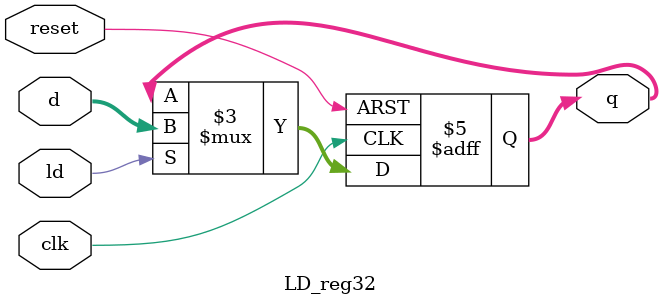
<source format=v>
`timescale 1ns / 1ps
/****************************** C E C S  4 4 0 ******************************
 * 
 * File Name:  LD_reg32.v
 * Project:    Lab_Assignment_5
 * Designer:   Thomas Nguyen
 * Email:      tholinngu@gmail.com
 * Rev. No.:   Version 1.1
 * Rev. Date:  03/09/2019
 *
 * Purpose: A 32 bit load register that changes output when load or "ld" is
 * asserted, otherwise the output remains the same. 
 *
 * Notes: 
 ****************************************************************************/
module LD_reg32(clk, reset, ld, d, q);

   input             clk, reset, ld;
   input      [31:0] d;
   output reg [31:0] q;

   //Sequential Block. If load is set, output gets input else stays the same
   always@(posedge clk, posedge reset)
      if(reset)    q <= 32'b0;
      else if(ld)  q <= d;
      else         q <= q;

endmodule

</source>
